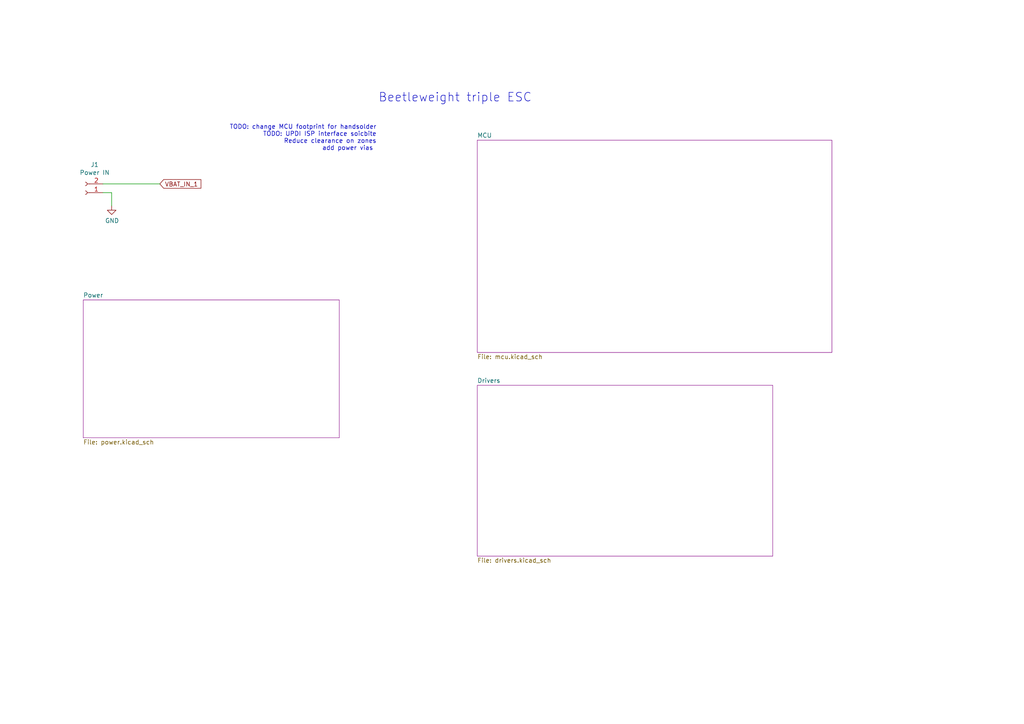
<source format=kicad_sch>
(kicad_sch (version 20210126) (generator eeschema)
  (paper "A4")
  (title_block (title "Beetleweight Triple ESC") (date "2021-02-14") (rev "1") (company "Mark Robson"))
  (lib_symbols
    (symbol "Connector:Conn_01x02_Female" (pin_names (offset 1.016) hide)
      (property "Reference" "J" (at 0 2.54 0))
      (property "Value" "Conn_01x02_Female" (at 0 -5.08 0))
      (symbol "Conn_01x02_Female_1_1"
        (arc (start 0 -2.032) (end 0 -3.048) (radius (at 0 -2.54) (length 0.508) (angles 90.1 -90.1)) (stroke (width 0.1524)))
        (arc (start 0 0.508) (end 0 -0.508) (radius (at 0 0) (length 0.508) (angles 90.1 -90.1)) (stroke (width 0.1524)))
        (polyline (pts (xy -1.27 -2.54) (xy -0.508 -2.54)) (stroke (width 0.1524)))
        (polyline (pts (xy -1.27 0) (xy -0.508 0)) (stroke (width 0.1524)))
        (pin passive line (at -5.08 0 0) (length 3.81) (name "Pin_1") (number "1"))
        (pin passive line (at -5.08 -2.54 0) (length 3.81) (name "Pin_2") (number "2"))
      )
    )
    (symbol "power:GND" (power) (pin_names (offset 0))
      (property "Value" "GND" (at 0 -3.81 0))
      (symbol "GND_0_1"
        (polyline (pts (xy 0 0) (xy 0 -1.27) (xy 1.27 -1.27) (xy 0 -2.54) (xy -1.27 -1.27) (xy 0 -1.27)))
      )
      (symbol "GND_1_1"
        (pin power_in line (at 0 0 270) (length 0) hide (name "GND") (number "1"))
      )
    )
  )
  (wire (pts (xy 29.845 53.34) (xy 46.355 53.34)))
  (wire (pts (xy 29.845 55.88) (xy 32.385 55.88)))
  (wire (pts (xy 32.385 55.88) (xy 32.385 59.69)))
  (text "TODO: change MCU footprint for handsolder\nTODO: UPDI ISP interface soicbite\nReduce clearance on zones\nadd power vias " (at 109.22 43.815 0) (effects (font (size 1.27 1.27)) (justify right bottom)))
  (text "Beetleweight triple ESC" (at 154.305 29.845 180) (effects (font (size 2.5 2.5)) (justify right bottom)))
  (global_label "VBAT_IN_1" (shape input) (at 46.355 53.34 0) (property "Intersheet References" "${INTERSHEET_REFS}" (effects hide)))
  (symbol (lib_id "power:GND") (at 32.385 59.69 0) (unit 1)
    (property "Reference" "#PWR01" (effects hide))
    (property "Value" "GND" (at 32.4993 64.0144 0))
  )
  (symbol (lib_id "Connector:Conn_01x02_Female") (at 24.765 55.88 180) (unit 1)
    (property "Reference" "J1" (at 27.4574 47.7582 0))
    (property "Value" "Power IN" (at 27.4574 50.0569 0))
    (property "Footprint" "beetletriple:beetlepower" (effects hide))
  )
  (sheet (at 138.43 111.76) (size 85.725 49.53) (stroke (width 0.001) (color 132 0 132 1)) (fill (color 255 255 255 0.0000))
    (property "Sheet name" "Drivers" (at 138.43 111.1241 0) (effects (justify left bottom)))
    (property "Sheet file" "drivers.kicad_sch" (at 138.43 161.7989 0) (effects (justify left top)))
  )
  (sheet (at 138.43 40.64) (size 102.87 61.595) (stroke (width 0.001) (color 132 0 132 1)) (fill (color 255 255 255 0.0000))
    (property "Sheet name" "MCU" (at 138.43 40.004 0) (effects (justify left bottom)))
    (property "Sheet file" "mcu.kicad_sch" (at 138.43 102.7439 0) (effects (justify left top)))
  )
  (sheet (at 24.13 86.995) (size 74.295 40.005) (stroke (width 0.001) (color 132 0 132 1)) (fill (color 255 255 255 0.0000))
    (property "Sheet name" "Power" (at 24.13 86.3591 0) (effects (justify left bottom)))
    (property "Sheet file" "power.kicad_sch" (at 24.13 127.5089 0) (effects (justify left top)))
  )
)
</source>
